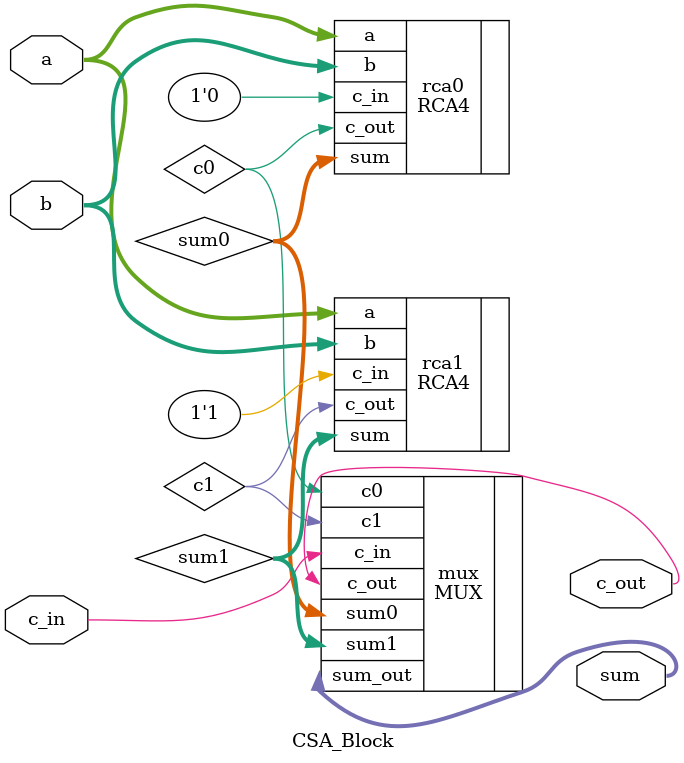
<source format=v>
`timescale 1ns / 1ps


module CSA_Block(
    output [3:0] sum,
    output c_out,
    input [3:0] a, b,
    input c_in
);
    wire [3:0] sum0, sum1; // Sums for C-in = 0 and C-in = 1
    wire c0, c1;         // Carry-outs for both cases

    // Compute sum assuming carry-in is 0
    RCA4 rca0 (.sum(sum0), .c_out(c0), .a(a), .b(b), .c_in(1'b0));

    // Compute sum assuming carry-in is 1
    RCA4 rca1 (.sum(sum1), .c_out(c1), .a(a), .b(b), .c_in(1'b1));

    // Select the correct sum and carry-out using a 4-bit multiplexer
    MUX mux (.sum_out(sum), .c_out(c_out), .sum0(sum0), .sum1(sum1), .c0(c0), .c1(c1), .c_in(c_in));
endmodule

</source>
